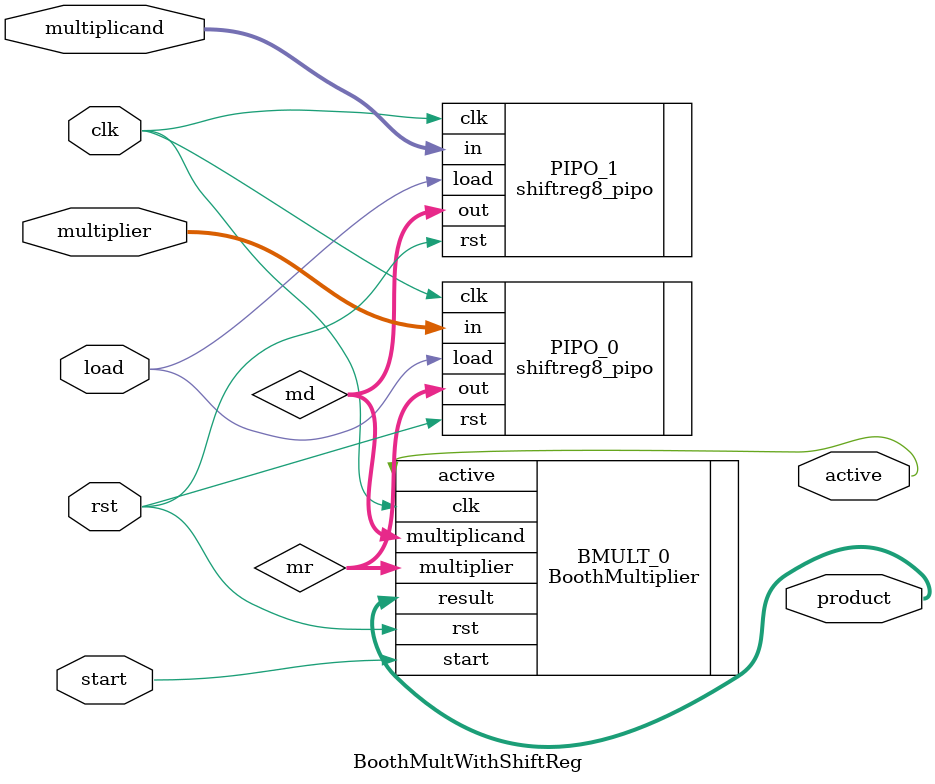
<source format=v>
`timescale 1ns / 1ps
module BoothMultWithShiftReg(
    multiplier,
    multiplicand,
    product,
    load,
    start,
    clk,
    rst,
    active
);
    
    input [7:0] multiplicand, multiplier;
    output [15:0] product;

    // Refer to BoothMultiplier.v and shiftreg8_piso.v for their meaning
    input clk, rst, load, start ;
    output active;

    // for shifting multiplier and multiplicand into mr and md.
    wire [7:0] mr, md;

    // Instantiate One shift register
    shiftreg8_pipo PIPO_0(
        .out(mr),
        .in(multiplier),
        .clk(clk),
        .load(load),
        .rst(rst)
    );

    // Instantiate Another shift register
    shiftreg8_pipo PIPO_1(
        .out(md),
        .in(multiplicand),
        .clk(clk),
        .load(load),
        .rst(rst)
    );

    // Instantiate the booth multiplier
    BoothMultiplier BMULT_0(
        .result(product), 
        .multiplicand(md), 
        .multiplier(mr), 
        .clk(clk), 
        .rst(rst), 
        .start(start), 
        .active(active)
    );

endmodule
</source>
